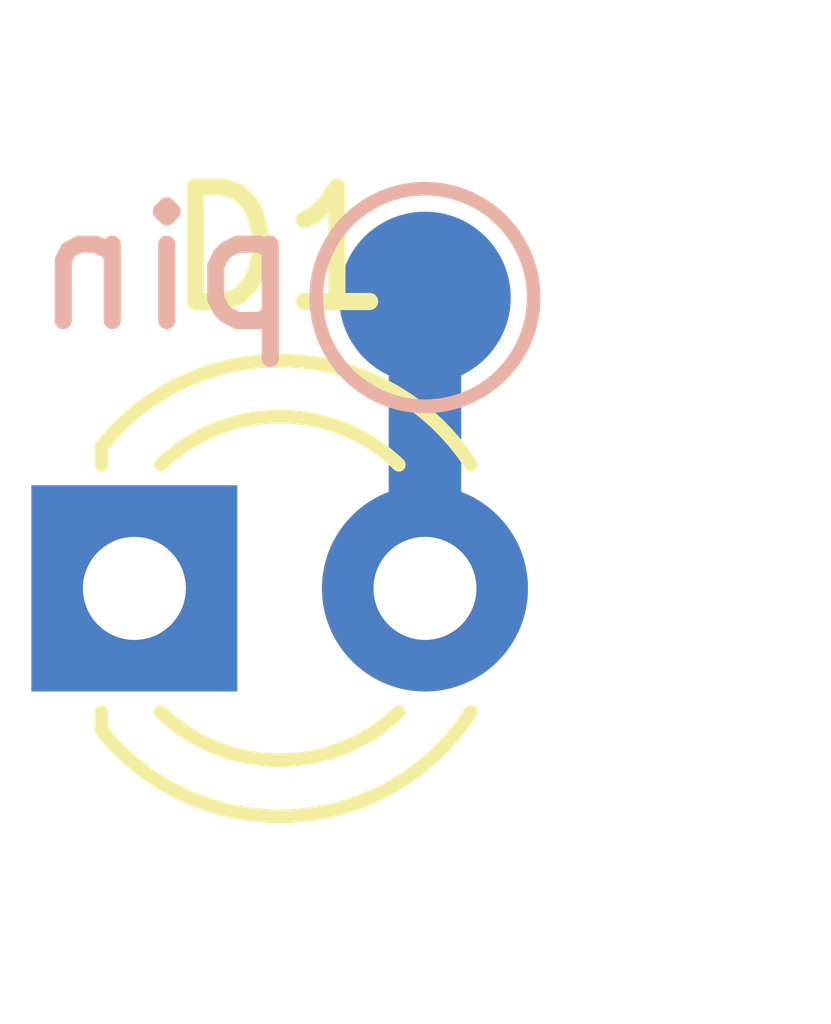
<source format=kicad_pcb>
(kicad_pcb (version 20211014) (generator pcbnew)
  (layers (0 "F.Cu" signal) (31 "B.Cu" signal) (34 "B.Paste" user) (35 "F.Paste" user) (36 "B.SilkS" user "B.Silkscreen") (37 "F.SilkS" user "F.Silkscreen") (38 "B.Mask" user) (39 "F.Mask" user) (44 "Edge.Cuts" user))
  (net 0 "")
  (net 1 "GND")
  (net 2 "Pin0")
  (footprint "LED_THT:LED_D3.0mm" (layer "F.Cu") (at -1.27 0)
    (fp_text reference "D1" (at 1.27 -2.96) (layer "F.SilkS"))
    (fp_text value "LED")
    (fp_line (start -0.29 1.08) (end -0.29 1.236) (layer "F.SilkS") (width 0.12))
    (fp_line (start -0.29 -1.236) (end -0.29 -1.08) (layer "F.SilkS") (width 0.12))
    (fp_arc (start 0.229039 -1.08) (mid 1.270117 -1.5) (end 2.31113 -1.079837) (layer "F.SilkS") (width 0.12))
    (fp_arc (start 2.942335 1.078608) (mid 1.366487 1.987659) (end -0.29 1.235516) (layer "F.SilkS") (width 0.12))
    (fp_arc (start -0.29 -1.235516) (mid 1.366487 -1.987659) (end 2.942335 -1.078608) (layer "F.SilkS") (width 0.12))
    (fp_arc (start 2.31113 1.079837) (mid 1.270117 1.5) (end 0.229039 1.08) (layer "F.SilkS") (width 0.12))
    (pad "1" thru_hole rect locked (at 0 0) (size 1.8 1.8) (drill 0.9) (layers *.Cu *.Mask) (net 1 "GND"))
    (pad "2" thru_hole circle locked (at 2.54 0) (size 1.8 1.8) (drill 0.9) (layers *.Cu *.Mask) (net 2 "Pin0"))
  )
  (footprint "TestPoint:TestPoint_Pad_D1.5mm" (layer "B.Cu") (at 1.27 -2.54)
    (fp_text reference "TP1" hide)
    (fp_text value "TestPoint")
    (fp_circle (center 0 0) (end 0 -0.95) (layer "B.SilkS") (width 0.12) (fill none))
    (pad "1" smd circle locked (at 0 0) (size 1.5 1.5) (layers "B.Cu" "B.Mask") (net 2 "Pin0"))
  )
  (gr_text "pin" (at 0.254 -2.794) (layer "B.SilkS") (effects (font (size 1 1)) (justify left mirror)))
  (segment (start 1.27 0) (end 1.27 -2.54) (width 0.635) (layer "B.Cu") (net 2))
)
</source>
